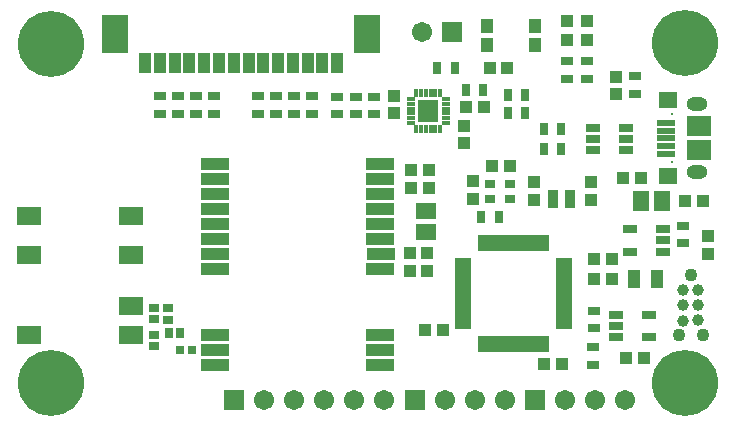
<source format=gts>
G04*
G04 #@! TF.GenerationSoftware,Altium Limited,Altium Designer,19.0.14 (431)*
G04*
G04 Layer_Color=8388736*
%FSAX25Y25*%
%MOIN*%
G70*
G01*
G75*
%ADD43R,0.03543X0.03150*%
%ADD48R,0.04737X0.03162*%
%ADD49R,0.02769X0.03162*%
%ADD50R,0.03162X0.04343*%
%ADD51R,0.01587X0.02769*%
%ADD52R,0.02769X0.01587*%
%ADD53R,0.06863X0.07493*%
%ADD54R,0.03950X0.03950*%
%ADD55R,0.03950X0.03950*%
%ADD56R,0.03241X0.03044*%
%ADD57R,0.03320X0.03162*%
%ADD58R,0.03044X0.03241*%
%ADD59R,0.07887X0.05918*%
%ADD60R,0.09461X0.04343*%
%ADD61R,0.09068X0.12611*%
%ADD62R,0.03950X0.07099*%
%ADD63R,0.04343X0.03162*%
%ADD64R,0.04343X0.05918*%
%ADD65R,0.06587X0.05485*%
%ADD66R,0.05485X0.06587*%
%ADD67R,0.04343X0.04737*%
%ADD68R,0.01981X0.05524*%
%ADD69R,0.05524X0.01981*%
%ADD70R,0.03753X0.06312*%
%ADD71C,0.03910*%
%ADD72R,0.06312X0.05524*%
%ADD73R,0.08280X0.06902*%
%ADD74R,0.05906X0.01968*%
%ADD75C,0.22047*%
%ADD76R,0.06706X0.06706*%
%ADD77C,0.06706*%
%ADD78C,0.04343*%
%ADD79O,0.07099X0.04737*%
%ADD80R,0.00800X0.00800*%
%ADD81C,0.02769*%
D43*
X0448689Y0361713D02*
D03*
X0442193D02*
D03*
Y0356791D02*
D03*
X0448689D02*
D03*
D48*
X0487272Y0372933D02*
D03*
Y0376673D02*
D03*
Y0380413D02*
D03*
X0476445D02*
D03*
Y0376673D02*
D03*
Y0372933D02*
D03*
X0499673Y0339173D02*
D03*
Y0342913D02*
D03*
Y0346654D02*
D03*
X0488846D02*
D03*
Y0339173D02*
D03*
X0484221Y0318110D02*
D03*
Y0314370D02*
D03*
Y0310630D02*
D03*
X0495047D02*
D03*
Y0318110D02*
D03*
D49*
X0338748Y0306299D02*
D03*
X0342685D02*
D03*
D50*
X0448000Y0385433D02*
D03*
X0453905D02*
D03*
X0448000Y0391488D02*
D03*
X0453905D02*
D03*
X0439929Y0393012D02*
D03*
X0434024D02*
D03*
X0424378Y0400295D02*
D03*
X0430283D02*
D03*
X0439043Y0350689D02*
D03*
X0444949D02*
D03*
X0460008Y0373445D02*
D03*
X0465913D02*
D03*
X0460008Y0379945D02*
D03*
X0465913D02*
D03*
D51*
X0417587Y0380118D02*
D03*
X0419161D02*
D03*
X0420736D02*
D03*
X0422311D02*
D03*
X0423886D02*
D03*
X0425461D02*
D03*
Y0391929D02*
D03*
X0423886D02*
D03*
X0422311D02*
D03*
X0420736D02*
D03*
X0419161D02*
D03*
X0417587D02*
D03*
D52*
X0427429Y0382087D02*
D03*
Y0383661D02*
D03*
Y0385236D02*
D03*
Y0386811D02*
D03*
Y0388386D02*
D03*
Y0389961D02*
D03*
X0415618D02*
D03*
Y0388386D02*
D03*
Y0386811D02*
D03*
Y0385236D02*
D03*
Y0383661D02*
D03*
Y0382087D02*
D03*
D53*
X0421524Y0386024D02*
D03*
D54*
X0434122Y0387303D02*
D03*
X0440028D02*
D03*
X0476839Y0330020D02*
D03*
X0482744D02*
D03*
X0476740Y0336731D02*
D03*
X0482646D02*
D03*
X0426346Y0313091D02*
D03*
X0420441D02*
D03*
X0466082Y0301673D02*
D03*
X0460177D02*
D03*
X0493276Y0303839D02*
D03*
X0487370D02*
D03*
X0441996Y0400295D02*
D03*
X0447902D02*
D03*
X0448689Y0367815D02*
D03*
X0442783D02*
D03*
X0492390Y0363779D02*
D03*
X0486484D02*
D03*
X0507055Y0356102D02*
D03*
X0512961D02*
D03*
D55*
X0410008Y0385236D02*
D03*
Y0391142D02*
D03*
X0433433Y0381102D02*
D03*
Y0375197D02*
D03*
X0421673Y0360500D02*
D03*
Y0366406D02*
D03*
X0415768Y0360500D02*
D03*
Y0366406D02*
D03*
X0421032Y0338583D02*
D03*
Y0332677D02*
D03*
X0415520Y0338681D02*
D03*
Y0332776D02*
D03*
X0475630Y0356459D02*
D03*
Y0362364D02*
D03*
X0456630Y0356458D02*
D03*
Y0362364D02*
D03*
X0436287Y0356693D02*
D03*
Y0362598D02*
D03*
X0483972Y0397441D02*
D03*
Y0391535D02*
D03*
X0514634Y0344390D02*
D03*
Y0338484D02*
D03*
X0467685Y0409646D02*
D03*
X0467685Y0415945D02*
D03*
X0474279Y0409646D02*
D03*
X0474279Y0415945D02*
D03*
D56*
X0330185Y0307598D02*
D03*
Y0311299D02*
D03*
X0329988Y0320256D02*
D03*
Y0316555D02*
D03*
D57*
X0334811Y0316425D02*
D03*
Y0320205D02*
D03*
D58*
X0338748Y0311910D02*
D03*
X0335047D02*
D03*
D59*
X0322409Y0311417D02*
D03*
Y0320866D02*
D03*
Y0338189D02*
D03*
Y0351181D02*
D03*
X0288551Y0311417D02*
D03*
Y0351181D02*
D03*
Y0338189D02*
D03*
D60*
X0350441Y0301279D02*
D03*
Y0306279D02*
D03*
Y0311280D02*
D03*
Y0333209D02*
D03*
Y0338209D02*
D03*
Y0343209D02*
D03*
Y0348209D02*
D03*
Y0353209D02*
D03*
Y0358209D02*
D03*
Y0363209D02*
D03*
Y0368209D02*
D03*
X0405559D02*
D03*
Y0363209D02*
D03*
Y0358209D02*
D03*
Y0353209D02*
D03*
Y0348209D02*
D03*
Y0343209D02*
D03*
X0405598Y0338209D02*
D03*
X0405559Y0333209D02*
D03*
Y0311280D02*
D03*
Y0306279D02*
D03*
Y0301279D02*
D03*
D61*
X0400976Y0411842D02*
D03*
X0317118D02*
D03*
D62*
X0391134Y0402000D02*
D03*
X0386213D02*
D03*
X0381291D02*
D03*
X0376370D02*
D03*
X0371449D02*
D03*
X0366528D02*
D03*
X0361606D02*
D03*
X0356685D02*
D03*
X0351764D02*
D03*
X0346843D02*
D03*
X0341921D02*
D03*
X0337000D02*
D03*
X0332079D02*
D03*
X0327157D02*
D03*
D63*
X0350165Y0385039D02*
D03*
Y0390945D02*
D03*
X0403315Y0390846D02*
D03*
Y0384941D02*
D03*
X0397311Y0384941D02*
D03*
Y0390846D02*
D03*
X0391209Y0390846D02*
D03*
Y0384941D02*
D03*
X0467685Y0396654D02*
D03*
Y0402559D02*
D03*
X0474378Y0396654D02*
D03*
Y0402559D02*
D03*
X0476543Y0301476D02*
D03*
Y0307382D02*
D03*
X0476839Y0319488D02*
D03*
Y0313583D02*
D03*
X0506465Y0341929D02*
D03*
Y0347835D02*
D03*
X0382842Y0385039D02*
D03*
Y0390945D02*
D03*
X0376839Y0385039D02*
D03*
Y0390945D02*
D03*
X0370835Y0385039D02*
D03*
Y0390945D02*
D03*
X0364831Y0385039D02*
D03*
Y0390945D02*
D03*
X0344161Y0385039D02*
D03*
Y0390945D02*
D03*
X0338158Y0385039D02*
D03*
Y0390945D02*
D03*
X0490421Y0391634D02*
D03*
Y0397539D02*
D03*
X0332079Y0385039D02*
D03*
Y0390945D02*
D03*
D64*
X0490224Y0330118D02*
D03*
X0497705D02*
D03*
D65*
X0420736Y0352579D02*
D03*
Y0345847D02*
D03*
D66*
X0499299Y0356102D02*
D03*
X0492567D02*
D03*
D67*
X0441083Y0414252D02*
D03*
X0457224D02*
D03*
Y0407953D02*
D03*
X0441083D02*
D03*
D68*
X0460811Y0341937D02*
D03*
X0458843D02*
D03*
X0456874D02*
D03*
X0454906D02*
D03*
X0452937D02*
D03*
X0450969D02*
D03*
X0449000D02*
D03*
X0447031D02*
D03*
X0445063D02*
D03*
X0443094D02*
D03*
X0441126D02*
D03*
X0439157D02*
D03*
Y0308472D02*
D03*
X0441126D02*
D03*
X0443094D02*
D03*
X0445063D02*
D03*
X0447031D02*
D03*
X0449000D02*
D03*
X0450969D02*
D03*
X0452937D02*
D03*
X0454906D02*
D03*
X0456874D02*
D03*
X0458843D02*
D03*
X0460811D02*
D03*
D69*
X0433252Y0336032D02*
D03*
Y0334063D02*
D03*
Y0332095D02*
D03*
Y0330126D02*
D03*
Y0328157D02*
D03*
Y0326189D02*
D03*
Y0324220D02*
D03*
Y0322252D02*
D03*
Y0320284D02*
D03*
Y0318315D02*
D03*
Y0316347D02*
D03*
Y0314378D02*
D03*
X0466716D02*
D03*
Y0316347D02*
D03*
Y0318315D02*
D03*
Y0320284D02*
D03*
Y0322252D02*
D03*
Y0324220D02*
D03*
Y0326189D02*
D03*
Y0328157D02*
D03*
Y0330126D02*
D03*
Y0332095D02*
D03*
Y0334063D02*
D03*
Y0336032D02*
D03*
D70*
X0463130Y0356705D02*
D03*
X0468838D02*
D03*
D71*
X0511500Y0316378D02*
D03*
X0506500Y0316063D02*
D03*
X0511500Y0321378D02*
D03*
X0506500D02*
D03*
X0511500Y0326378D02*
D03*
X0506500Y0326378D02*
D03*
D72*
X0501543Y0364370D02*
D03*
Y0389567D02*
D03*
D73*
X0511878Y0372933D02*
D03*
Y0381004D02*
D03*
D74*
X0500658Y0371850D02*
D03*
Y0379528D02*
D03*
Y0382087D02*
D03*
Y0376969D02*
D03*
Y0374409D02*
D03*
D75*
X0507252Y0408661D02*
D03*
X0507252Y0295437D02*
D03*
X0295835Y0408429D02*
D03*
Y0295437D02*
D03*
D76*
X0429358Y0412303D02*
D03*
X0356917Y0289862D02*
D03*
X0456996D02*
D03*
X0416976D02*
D03*
D77*
X0419358Y0412303D02*
D03*
X0366917Y0289862D02*
D03*
X0376917D02*
D03*
X0386917D02*
D03*
X0396917D02*
D03*
X0406917D02*
D03*
X0486996D02*
D03*
X0476996D02*
D03*
X0466996D02*
D03*
X0446976D02*
D03*
X0436976D02*
D03*
X0426976D02*
D03*
D78*
X0505000Y0311378D02*
D03*
X0513000Y0311378D02*
D03*
X0509000Y0331378D02*
D03*
D79*
X0511089Y0365650D02*
D03*
Y0388287D02*
D03*
D80*
X0502624Y0368984D02*
D03*
Y0384929D02*
D03*
D81*
X0420024Y0384024D02*
D03*
Y0388024D02*
D03*
X0423024Y0384024D02*
D03*
Y0388024D02*
D03*
M02*

</source>
